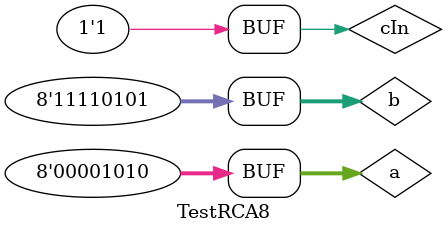
<source format=v>
`timescale 1ns / 1ps


////////////////////////////////////////////////////////////////////////////////

module TestRCA8;

	// Inputs
	reg cIn;
	reg [7:0] a;
	reg [7:0] b;

	// Outputs
	wire [7:0] s;
	wire cOut;

	// Instantiate the Unit Under Test (UUT)
	RCA8 uut (
		.s(s), 
		.cOut(cOut), 
		.cIn(cIn), 
		.a(a), 
		.b(b)
	);

	initial begin
		// Initialize Inputs
		cIn = 0;
		a = 0;
		b = 0;

		// Wait 100 ns for global reset to finish
		#100;
       
		// Add stimulus here
		$monitor($time,"\ta=%d,\tb=%d,\tcIn=%b,\ts=%d,\tcOut=%b",a,b,cIn,s,cOut);
		#1 a = 10; b =  20; cIn = 0;
		#1 a = 10; b = 245; cIn = 0;
		#1 a = 10; b = 245; cIn = 1;
	end
      
endmodule


</source>
